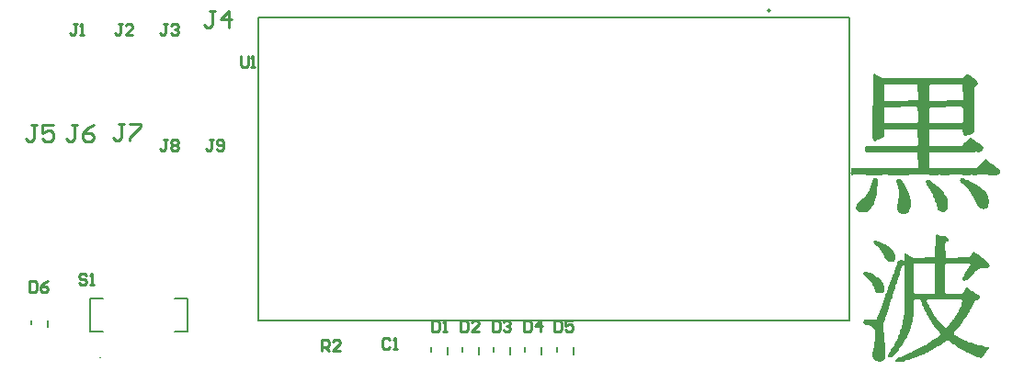
<source format=gto>
G04*
G04 #@! TF.GenerationSoftware,Altium Limited,Altium Designer,22.5.1 (42)*
G04*
G04 Layer_Color=65535*
%FSLAX44Y44*%
%MOMM*%
G71*
G04*
G04 #@! TF.SameCoordinates,CACD2641-2831-44B8-A32A-C0E418E96BB6*
G04*
G04*
G04 #@! TF.FilePolarity,Positive*
G04*
G01*
G75*
%ADD10C,0.0716*%
%ADD11C,0.2000*%
%ADD12C,0.1270*%
%ADD13C,0.1500*%
%ADD14C,0.2540*%
G36*
X1298146Y858409D02*
X1299759Y857764D01*
X1303306Y856151D01*
X1304919Y855506D01*
X1317012Y855667D01*
X1349424Y855506D01*
X1350391Y855829D01*
X1373127Y855667D01*
X1373934Y855829D01*
X1374901Y855506D01*
X1377159Y855829D01*
X1378932Y857280D01*
X1380384Y859054D01*
X1381351Y859376D01*
X1382641Y859054D01*
X1383609Y858086D01*
X1385221Y857119D01*
X1385866Y856474D01*
X1387479Y855506D01*
X1389736Y854216D01*
X1390865Y852442D01*
X1391510Y850830D01*
X1390059Y849056D01*
X1388607Y848250D01*
X1388285Y846960D01*
X1388446Y808099D01*
X1388124Y806809D01*
X1386834Y805519D01*
X1385221Y804551D01*
X1382964Y803584D01*
X1381674Y803261D01*
X1380706Y802294D01*
X1379416Y802616D01*
X1377965Y804068D01*
X1377643Y805358D01*
X1377320Y807937D01*
X1376836Y808421D01*
X1346844Y808099D01*
X1346682Y794070D01*
X1347489Y792941D01*
X1376191Y793264D01*
X1376836Y793909D01*
X1377481Y794231D01*
X1377965Y794715D01*
X1378288Y795360D01*
X1379416Y796166D01*
X1380061Y797134D01*
X1380706Y797456D01*
X1383609Y800359D01*
X1383770Y800520D01*
X1384254Y801004D01*
X1385866Y800681D01*
X1387479Y799069D01*
X1388124Y798746D01*
X1389091Y797779D01*
X1391349Y796489D01*
X1391994Y795844D01*
X1392639Y795521D01*
X1393606Y794554D01*
X1394251Y794231D01*
X1396348Y792135D01*
X1396025Y788587D01*
X1393929Y787781D01*
X1392639Y787459D01*
X1389414Y787781D01*
X1388446Y787459D01*
X1354745Y787620D01*
X1348779Y787459D01*
X1347811Y787781D01*
X1346682Y786653D01*
X1347005Y773108D01*
X1347489Y772624D01*
X1389414Y772946D01*
X1397154Y780686D01*
X1398444Y781009D01*
X1400701Y779719D01*
X1401346Y779074D01*
X1401991Y778751D01*
X1403281Y777461D01*
X1405539Y776171D01*
X1407312Y774720D01*
X1407796Y774236D01*
X1408441Y773914D01*
X1409086Y773269D01*
X1409731Y772946D01*
X1411505Y771172D01*
X1411828Y768915D01*
X1409731Y766819D01*
X1408441Y766496D01*
X1393123Y766657D01*
X1387479Y766496D01*
X1386511Y766819D01*
X1383286Y766496D01*
X1382964Y766819D01*
X1381996Y766496D01*
X1372160Y766657D01*
X1357486Y766496D01*
X1356519Y766819D01*
X1353294Y766496D01*
X1340555Y766657D01*
X1314271Y766496D01*
X1313626Y766819D01*
X1312659Y766496D01*
X1305080Y766657D01*
X1302016Y766496D01*
X1301049Y766819D01*
X1299759Y766496D01*
X1276700Y766657D01*
X1275249Y766496D01*
X1274443Y766980D01*
X1274120Y768270D01*
X1274443Y769560D01*
X1274281Y771656D01*
X1274926Y772624D01*
X1335556Y772946D01*
X1336040Y773430D01*
X1335717Y786975D01*
X1334266Y787459D01*
X1294760Y787620D01*
X1288794Y787459D01*
X1287343Y788587D01*
X1287665Y792458D01*
X1288149Y792941D01*
X1335234Y793264D01*
X1335717Y793747D01*
X1336040Y795038D01*
X1335717Y807937D01*
X1335234Y808421D01*
X1305241Y808099D01*
X1304758Y806325D01*
X1305080Y805358D01*
X1304758Y802132D01*
X1303629Y801004D01*
X1301371Y799714D01*
X1299759Y799069D01*
X1298469Y798746D01*
X1297824Y798101D01*
X1296534Y797779D01*
X1294760Y799230D01*
X1294115Y800843D01*
X1294438Y801810D01*
X1294760Y859538D01*
X1295889Y859699D01*
X1298146Y858409D01*
D02*
G37*
G36*
X1379094Y763271D02*
X1380384Y761981D01*
X1381029D01*
X1382641Y761659D01*
X1383609Y760691D01*
X1384899Y760369D01*
X1385544Y760046D01*
X1386189Y759401D01*
X1387801Y758756D01*
X1388769Y758434D01*
X1389414Y757789D01*
X1390059Y757466D01*
X1391671Y756499D01*
X1392316Y755854D01*
X1393929Y754886D01*
X1394574Y754241D01*
X1396025Y753435D01*
X1396186Y752951D01*
X1396831Y752629D01*
X1398927Y750533D01*
X1400217Y748275D01*
X1400862Y747630D01*
X1401185Y745050D01*
X1401830Y743760D01*
X1401508Y742793D01*
X1401669Y740696D01*
X1401024Y738116D01*
X1400379Y736504D01*
X1396831Y734891D01*
X1394574Y735214D01*
X1392155Y736342D01*
X1391026Y738761D01*
X1390542Y738923D01*
X1389897Y741503D01*
X1388930Y742470D01*
X1388446Y744566D01*
X1387640Y745372D01*
X1386995Y746985D01*
X1386673Y747630D01*
X1385705Y748597D01*
X1384415Y750855D01*
X1383286Y752629D01*
X1382641Y752951D01*
X1381835Y754080D01*
X1380867Y755048D01*
X1380545Y755693D01*
X1378610Y757305D01*
X1377481Y758111D01*
X1377159Y758756D01*
X1376514Y759079D01*
X1375708Y760208D01*
X1375063Y760853D01*
X1374740Y762142D01*
X1375063Y763110D01*
X1375546Y763594D01*
X1379094Y763271D01*
D02*
G37*
G36*
X1347489Y761659D02*
X1347973Y761175D01*
X1348134Y760691D01*
X1349746Y759724D01*
X1351036Y758434D01*
X1351520Y758272D01*
X1351842Y757627D01*
X1352971Y756821D01*
X1353939Y755854D01*
X1355551Y754886D01*
X1358938Y751500D01*
X1359905Y749887D01*
X1360550Y749242D01*
X1360872Y748597D01*
X1362162Y747308D01*
X1362646Y745534D01*
X1363775Y744405D01*
X1363936Y739729D01*
X1363614Y736181D01*
X1363130Y735052D01*
X1361034Y732956D01*
X1359744Y732634D01*
X1356196Y732956D01*
X1355551Y733924D01*
X1355390Y734085D01*
X1354422Y735052D01*
X1354100Y736988D01*
X1353455Y737633D01*
X1353132Y739890D01*
X1352810Y741503D01*
X1351842Y742470D01*
X1351520Y743760D01*
X1351198Y745695D01*
X1349908Y746985D01*
X1349585Y748920D01*
X1348295Y750210D01*
X1347973Y751500D01*
X1347328Y752145D01*
X1345715Y755048D01*
X1344586Y757144D01*
X1344102Y757305D01*
X1343780Y758595D01*
X1343457Y760853D01*
X1344264Y761981D01*
X1347489Y761659D01*
D02*
G37*
G36*
X1298952Y762465D02*
X1298630Y748597D01*
X1297340Y745695D01*
X1297018Y743115D01*
X1295728Y741180D01*
X1295405Y739245D01*
X1294438Y738278D01*
X1293470Y736665D01*
X1292825Y736020D01*
X1292502Y735375D01*
X1291696Y734569D01*
X1290567Y734085D01*
X1290406Y733924D01*
X1289116Y732634D01*
X1282021Y732311D01*
X1280409Y733279D01*
X1279280Y735052D01*
X1278958Y736020D01*
X1279280Y738278D01*
X1279925Y738923D01*
X1281215Y741180D01*
X1283634Y743599D01*
X1284279Y743921D01*
X1285569Y745211D01*
X1286214Y745534D01*
X1287826Y747469D01*
X1289116Y749404D01*
X1289600Y749887D01*
X1290567Y751500D01*
X1291212Y752145D01*
X1291535Y754080D01*
X1292502Y755048D01*
X1292825Y757305D01*
X1294115Y760208D01*
X1294599Y762304D01*
X1295244Y763271D01*
X1297501Y763594D01*
X1298952Y762465D01*
D02*
G37*
G36*
X1319431Y762304D02*
X1321689Y761014D01*
X1322334Y759401D01*
X1323463Y758272D01*
X1323785Y757627D01*
X1324591Y756821D01*
X1324753Y756660D01*
X1325559Y754564D01*
X1326365Y753757D01*
X1327010Y751178D01*
X1327977Y750210D01*
X1328622Y745695D01*
X1328945Y744727D01*
X1329590Y743115D01*
X1329267Y736988D01*
X1328622Y735375D01*
X1328300Y734085D01*
X1327977Y733118D01*
X1325881Y731021D01*
X1323785Y730537D01*
X1321366Y730376D01*
X1319754Y731021D01*
X1319109Y731344D01*
X1317657Y732795D01*
X1317335Y735052D01*
X1317657Y743760D01*
X1318625Y746018D01*
X1318947Y748275D01*
X1318625Y752790D01*
X1317657Y755048D01*
X1317335Y758272D01*
X1316045Y760208D01*
X1316367Y761820D01*
X1316851Y762304D01*
X1318141Y762626D01*
X1319431Y762304D01*
D02*
G37*
G36*
X1355160Y711013D02*
X1356422Y710592D01*
X1357544Y710312D01*
X1361471Y710031D01*
X1362313Y709190D01*
X1363715Y708348D01*
X1363996Y707226D01*
X1364136Y705964D01*
X1363435Y704983D01*
X1362032Y704702D01*
X1361611Y704281D01*
X1361331Y703159D01*
X1361611Y690537D01*
X1362032Y690117D01*
X1383910Y690397D01*
X1384752Y692080D01*
X1385453Y692781D01*
X1385734Y693903D01*
X1386575Y694744D01*
X1387276Y696007D01*
X1388398Y695726D01*
X1390081Y694043D01*
X1390642Y693763D01*
X1391484Y692921D01*
X1392886Y692080D01*
X1393447Y691519D01*
X1394289Y691238D01*
X1395410Y690117D01*
X1395972Y689836D01*
X1397094Y688714D01*
X1397935Y688434D01*
X1398777Y687592D01*
X1400039Y686891D01*
X1400319Y686330D01*
X1401441Y685208D01*
X1401722Y683805D01*
X1402142Y682824D01*
X1400740Y681141D01*
X1399618Y680860D01*
X1393447Y680580D01*
X1392606Y679738D01*
X1390782Y679037D01*
X1389801Y678055D01*
X1389240Y677775D01*
X1387697Y676513D01*
X1381105Y669921D01*
X1379563Y669500D01*
X1379142Y669080D01*
X1378301Y668799D01*
X1377599Y669500D01*
X1377319Y670622D01*
X1377599Y672866D01*
X1378441Y673708D01*
X1379142Y675531D01*
X1379843Y676232D01*
X1380404Y677635D01*
X1381246Y678476D01*
Y678757D01*
X1381526Y679598D01*
X1381807Y680159D01*
X1382648Y681001D01*
X1383069Y682543D01*
X1384331Y683805D01*
X1383910Y684787D01*
X1361471Y684507D01*
X1361050Y683244D01*
X1361331Y682403D01*
X1361191Y658701D01*
X1361471Y657299D01*
X1362032Y656738D01*
X1363154Y656458D01*
X1376618Y656738D01*
X1377319Y657439D01*
X1377599Y658561D01*
X1378721Y659683D01*
X1380404Y662769D01*
X1381386Y662909D01*
X1381807Y662488D01*
X1382087Y661927D01*
X1383209Y661647D01*
X1383770Y661366D01*
X1384051Y660805D01*
X1385593Y659823D01*
X1386154Y659262D01*
X1387276Y658982D01*
X1387837Y658701D01*
X1388679Y657860D01*
X1390081Y657019D01*
X1392045Y655616D01*
X1392746Y654634D01*
X1393307Y653512D01*
X1392606Y652531D01*
X1392045Y652250D01*
X1390362Y651128D01*
X1388679Y650848D01*
X1388258Y650427D01*
X1387977Y649305D01*
X1387417Y648744D01*
X1387136Y648183D01*
X1386856Y647342D01*
X1386295Y645939D01*
X1385734Y645378D01*
X1385453Y644256D01*
X1384612Y642854D01*
X1384051Y642293D01*
X1383770Y640890D01*
X1382929Y640049D01*
X1382368Y638646D01*
X1381526Y637805D01*
X1381246Y636683D01*
X1380124Y635561D01*
X1379843Y634439D01*
X1379002Y633597D01*
X1378160Y632195D01*
X1377319Y631354D01*
X1377038Y630512D01*
X1375075Y627988D01*
X1373813Y626445D01*
X1372270Y624902D01*
X1371429Y623500D01*
X1369185Y621256D01*
X1369465Y619854D01*
X1370447Y619152D01*
X1372270Y618171D01*
X1372551Y617610D01*
X1373672Y617329D01*
X1374654Y616628D01*
X1375215Y616067D01*
X1376618Y615786D01*
X1377319Y615366D01*
X1377459Y614945D01*
X1378581Y614664D01*
X1379984Y613823D01*
X1381386Y613262D01*
X1382508Y612981D01*
X1383349Y612140D01*
X1385453Y611719D01*
X1387276Y610737D01*
X1389520Y610457D01*
X1390081Y609896D01*
X1391484Y609335D01*
X1394569Y609055D01*
X1396532Y608213D01*
X1398496Y607933D01*
X1401862Y607652D01*
X1402283Y607231D01*
X1401020Y605689D01*
X1400039Y604707D01*
X1399898Y604286D01*
X1399337Y604006D01*
X1398917Y603585D01*
X1398636Y603024D01*
X1397514Y601902D01*
X1397234Y601341D01*
X1396392Y600500D01*
X1395972Y598957D01*
X1394990Y597975D01*
X1394709Y597414D01*
X1393728Y597274D01*
X1392606Y598396D01*
X1389941Y598817D01*
X1389520Y599237D01*
X1388959Y599518D01*
X1388118Y599798D01*
X1386996Y600079D01*
X1383910Y601481D01*
X1383349Y601762D01*
X1382789Y602323D01*
X1381667Y602603D01*
X1380264Y603445D01*
X1378862Y604006D01*
X1377459Y604847D01*
X1375496Y605969D01*
X1374935Y606530D01*
X1373813Y606811D01*
X1372691Y607933D01*
X1371569Y608213D01*
X1370727Y609055D01*
X1369325Y609896D01*
X1368764Y610457D01*
X1366801Y611579D01*
X1365258Y612841D01*
X1364837Y613262D01*
X1364276Y613543D01*
X1363715Y614103D01*
X1363014Y614244D01*
X1360630Y612701D01*
X1360069Y612140D01*
X1358666Y611298D01*
X1358105Y610737D01*
X1357544Y610457D01*
X1356703Y609616D01*
X1352776Y607372D01*
X1352215Y606811D01*
X1351093Y606530D01*
X1349971Y605408D01*
X1348428Y604987D01*
X1347447Y604006D01*
X1345764Y603725D01*
X1345343Y603304D01*
X1345203Y602884D01*
X1342959Y602323D01*
X1342678Y601762D01*
X1341276Y601201D01*
X1340154Y600920D01*
X1339593Y600359D01*
X1337630Y599798D01*
X1336508Y599518D01*
X1335947Y598957D01*
X1334825Y598676D01*
X1333142Y598396D01*
X1332581Y597835D01*
X1331178Y597274D01*
X1329215Y596993D01*
X1327812Y596152D01*
X1326690Y595872D01*
X1324446Y595591D01*
X1323885Y595030D01*
X1322483Y594469D01*
X1319397Y594189D01*
X1318556Y593908D01*
X1316032Y594189D01*
X1315611Y594609D01*
X1315891Y596853D01*
X1318135Y598256D01*
X1320379Y598817D01*
X1321080Y599518D01*
X1323324Y600079D01*
X1324166Y600920D01*
X1325288Y601201D01*
X1326690Y601481D01*
X1328373Y602603D01*
X1329776Y602884D01*
X1330617Y603725D01*
X1331739Y604006D01*
X1332581Y604286D01*
X1333142Y604847D01*
X1335385Y605689D01*
X1335947Y606250D01*
X1337068Y606530D01*
X1338471Y607372D01*
X1340995Y608774D01*
X1341556Y609335D01*
X1342959Y609616D01*
X1343800Y610457D01*
X1345203Y611018D01*
X1346044Y611860D01*
X1347166Y612140D01*
X1348288Y613262D01*
X1350251Y614384D01*
X1351654Y615225D01*
X1352496Y616067D01*
X1353056Y616347D01*
X1354178Y617469D01*
X1354739Y617750D01*
X1355300Y618311D01*
X1356843Y619012D01*
X1357124Y619854D01*
X1355721Y621817D01*
X1355441Y622378D01*
X1354319Y623500D01*
X1354178Y623921D01*
X1353617Y624201D01*
X1352776Y625603D01*
X1352215Y625884D01*
X1351093Y627567D01*
X1350672Y627988D01*
X1350392Y628829D01*
X1349270Y629951D01*
X1348428Y631354D01*
X1347306Y633317D01*
X1346745Y633878D01*
X1345623Y635841D01*
X1344221Y638366D01*
X1343940Y639207D01*
X1343099Y640610D01*
X1342538Y642012D01*
X1341697Y643415D01*
X1341136Y644817D01*
X1340855Y646220D01*
X1340014Y647061D01*
X1339733Y648183D01*
X1339453Y649585D01*
X1338892Y650146D01*
X1338611Y650707D01*
X1338190Y651409D01*
X1335947Y651970D01*
X1333142Y651689D01*
X1332440Y650988D01*
X1332160Y649866D01*
X1332440Y647342D01*
X1332160Y646500D01*
X1332300Y644397D01*
X1332160Y642573D01*
X1332440Y641732D01*
X1332160Y640610D01*
X1331879Y637805D01*
X1331599Y633317D01*
X1331318Y631634D01*
X1330477Y629671D01*
X1330056Y626726D01*
X1329635Y625744D01*
X1329075Y624341D01*
X1328794Y622658D01*
X1327672Y620975D01*
X1327392Y619292D01*
X1326550Y618451D01*
X1326270Y617329D01*
X1325428Y615927D01*
X1324026Y613402D01*
X1322904Y611439D01*
X1322343Y610878D01*
X1322062Y610036D01*
X1320940Y608914D01*
X1320660Y608353D01*
X1319818Y607512D01*
X1318696Y605549D01*
X1317013Y603866D01*
X1316733Y603304D01*
X1312105Y598676D01*
X1309440Y598536D01*
X1308879Y598817D01*
X1308599Y599939D01*
X1309160Y602183D01*
X1310282Y603304D01*
X1311123Y604707D01*
X1312245Y606670D01*
X1312806Y607231D01*
X1313367Y608634D01*
X1314209Y609475D01*
X1314489Y610878D01*
X1315330Y611719D01*
X1315611Y612841D01*
X1315891Y613402D01*
X1316733Y614805D01*
X1317434Y616628D01*
X1318135Y617329D01*
X1318416Y619573D01*
X1319538Y620695D01*
X1319818Y623219D01*
X1320660Y624622D01*
X1320940Y625744D01*
X1321221Y628268D01*
X1321782Y628829D01*
X1322062Y629951D01*
X1322623Y635561D01*
X1322904Y636403D01*
X1323324Y638226D01*
X1323605Y681982D01*
X1323745Y683525D01*
X1323044Y684507D01*
X1322483Y684226D01*
X1321642Y682543D01*
X1321221Y682122D01*
X1320940Y681001D01*
X1320660Y678757D01*
X1319818Y677354D01*
X1319538Y676232D01*
X1319257Y674549D01*
X1318416Y673147D01*
X1318135Y672025D01*
X1317855Y670061D01*
X1317294Y669500D01*
X1317013Y668378D01*
X1316593Y666275D01*
X1316172Y665854D01*
X1315611Y664452D01*
X1315330Y661927D01*
X1314489Y661086D01*
X1314209Y659964D01*
X1313928Y657720D01*
X1313087Y656878D01*
X1312806Y654915D01*
X1312525Y653232D01*
X1311684Y652390D01*
X1311263Y649726D01*
X1310282Y647903D01*
X1309721Y644537D01*
X1309160Y643976D01*
X1308318Y640610D01*
X1307477Y638646D01*
X1307196Y636683D01*
X1306355Y635280D01*
X1306074Y634159D01*
X1305654Y632616D01*
X1305233Y632195D01*
X1304672Y628268D01*
X1304952Y614805D01*
X1305233Y613963D01*
X1305513Y612280D01*
X1306074Y611719D01*
X1306355Y599658D01*
X1305934Y597274D01*
X1304672Y596012D01*
X1304391Y595451D01*
X1303690Y594750D01*
X1301727Y594469D01*
X1297239Y594750D01*
X1296117Y595872D01*
X1295696Y596012D01*
X1295135Y597414D01*
X1294855Y597975D01*
X1294013Y599939D01*
X1294294Y601061D01*
X1294574Y605549D01*
X1295416Y607512D01*
X1295696Y612000D01*
X1296257Y613402D01*
X1296537Y617049D01*
X1296257Y622939D01*
X1295416Y624902D01*
X1295135Y625463D01*
X1293592Y627006D01*
X1291068Y628128D01*
X1288263Y628409D01*
X1287702Y628969D01*
X1286159Y629671D01*
X1285879Y630793D01*
X1286300Y632335D01*
X1286861Y632896D01*
X1289245Y632756D01*
X1297379Y633037D01*
X1298221Y633878D01*
X1299342Y636403D01*
X1299763Y638226D01*
X1300745Y640049D01*
X1301025Y642012D01*
X1301586Y642573D01*
X1302147Y643976D01*
X1302428Y645659D01*
X1302989Y646220D01*
X1303550Y647622D01*
X1303830Y649585D01*
X1304391Y650146D01*
X1304952Y652110D01*
X1305233Y653232D01*
X1306074Y654073D01*
X1306355Y656598D01*
X1307196Y657439D01*
X1307477Y658561D01*
X1307757Y660244D01*
X1308599Y661086D01*
X1308879Y663049D01*
X1310282Y666134D01*
X1310562Y667817D01*
X1311123Y668378D01*
X1311684Y670622D01*
X1312806Y673147D01*
X1313087Y674830D01*
X1314209Y676513D01*
X1314489Y678757D01*
X1315050Y679317D01*
X1315611Y680720D01*
X1315891Y682403D01*
X1317013Y684086D01*
X1317294Y686330D01*
X1318276Y687311D01*
X1318837Y687592D01*
X1319678Y688434D01*
X1320379Y688574D01*
X1321361Y688153D01*
X1322763Y687592D01*
X1323324Y687872D01*
X1323605Y693763D01*
X1324166Y694324D01*
X1325568Y693763D01*
X1326129Y693202D01*
X1328373Y692360D01*
X1328934Y691799D01*
X1331459Y690397D01*
X1332300Y690117D01*
X1351654Y690397D01*
X1352075Y690818D01*
X1352215Y711434D01*
X1353337Y711714D01*
X1355160Y711013D01*
D02*
G37*
G36*
X1298641Y705824D02*
X1299202Y705263D01*
X1300324Y704983D01*
X1301867Y704562D01*
X1302568Y703860D01*
X1303690Y703580D01*
X1305092Y702738D01*
X1306495Y702178D01*
X1307336Y701897D01*
X1307757Y701476D01*
X1307897Y701056D01*
X1309300Y700495D01*
X1310141Y699653D01*
X1311404Y698952D01*
X1311684Y698391D01*
X1312105Y697970D01*
X1312666Y697690D01*
X1313647Y696147D01*
X1314209Y694744D01*
X1315330Y692220D01*
X1315611Y691098D01*
X1315330Y690257D01*
X1315050Y688854D01*
X1314489Y688293D01*
X1314209Y687732D01*
X1313227Y686470D01*
X1312105Y686190D01*
X1309019Y686470D01*
X1307897Y687592D01*
X1307336Y687872D01*
X1306355Y688854D01*
X1305233Y690818D01*
X1304952Y691659D01*
X1304391Y693062D01*
X1303830Y693623D01*
X1303550Y694744D01*
X1303269Y695305D01*
X1302428Y696147D01*
X1301586Y697550D01*
X1300745Y698391D01*
X1300464Y698952D01*
X1298361Y701056D01*
X1297800Y701336D01*
X1296678Y702458D01*
X1296117Y702738D01*
X1295696Y703159D01*
X1295416Y704281D01*
X1295275Y704421D01*
X1294855Y705403D01*
X1295556Y706104D01*
X1298641Y705824D01*
D02*
G37*
G36*
X1289385Y676933D02*
X1290507Y676653D01*
X1292470Y676372D01*
X1292751Y676092D01*
X1292891Y675952D01*
X1293312Y675531D01*
X1294434Y675250D01*
X1295416Y674830D01*
X1295696Y674269D01*
X1297800Y673287D01*
X1298641Y672446D01*
X1299202Y672165D01*
X1302147Y669220D01*
X1302428Y668659D01*
X1303550Y667537D01*
X1304391Y666134D01*
X1304672Y665293D01*
X1305373Y663470D01*
X1305513Y661366D01*
X1305233Y660525D01*
X1304952Y659122D01*
X1303970Y657860D01*
X1302007Y657579D01*
X1298641Y657860D01*
X1296818Y659683D01*
X1295416Y662769D01*
X1295135Y664171D01*
X1294294Y665013D01*
X1293873Y666555D01*
X1292891Y667537D01*
X1292611Y668098D01*
X1291489Y669220D01*
X1291208Y669781D01*
X1290086Y670903D01*
X1289806Y671464D01*
X1289245Y671744D01*
X1288964Y672305D01*
X1287562Y673147D01*
X1287281Y673708D01*
X1286861Y674128D01*
X1286300Y674409D01*
X1285879Y675671D01*
X1286720Y677074D01*
X1288544Y677214D01*
X1289385Y676933D01*
D02*
G37*
%LPC*%
G36*
X1375869Y850024D02*
X1347166Y849701D01*
X1346682Y849218D01*
Y836318D01*
Y835995D01*
X1347005Y835350D01*
X1347489Y834866D01*
X1377159Y835189D01*
X1377643Y836640D01*
X1377320Y849540D01*
X1375869Y850024D01*
D02*
G37*
G36*
X1334266D02*
X1305241Y849701D01*
X1305080Y835350D01*
X1305564Y834866D01*
X1318464D01*
X1335556Y835189D01*
X1336040Y836640D01*
X1335717Y849540D01*
X1334266Y850024D01*
D02*
G37*
G36*
X1333944Y829384D02*
X1305564Y829061D01*
X1305080Y828577D01*
X1304758Y826643D01*
X1305080Y825675D01*
X1304919Y815194D01*
X1305886Y814226D01*
X1310079Y814549D01*
X1335072Y814388D01*
X1336040Y815033D01*
Y822128D01*
Y822450D01*
X1335717Y828577D01*
X1335234Y829061D01*
X1333944Y829384D01*
D02*
G37*
G36*
X1375546D02*
X1347166Y829061D01*
X1346682Y827610D01*
X1347005Y814710D01*
X1348456Y814226D01*
X1350714Y814549D01*
X1371192Y814388D01*
X1373611Y814549D01*
X1373772Y814388D01*
X1376191Y814226D01*
X1377804Y815194D01*
X1377965Y816645D01*
X1377643Y817613D01*
X1377804Y821966D01*
X1377643Y826320D01*
X1377965Y827288D01*
X1376998Y828900D01*
X1375546Y829384D01*
D02*
G37*
G36*
X1351373Y684787D02*
X1332581Y684507D01*
X1332160Y683244D01*
X1332440Y682122D01*
X1332300Y680860D01*
X1332440Y679317D01*
X1332160Y678476D01*
X1332440Y673708D01*
X1332160Y672866D01*
X1332440Y669220D01*
X1332300Y662067D01*
X1332440Y659683D01*
X1332160Y658842D01*
X1333282Y656878D01*
X1334544Y656458D01*
X1335806Y656598D01*
X1337068Y656458D01*
X1337910Y656738D01*
X1338751Y656458D01*
X1342398Y656738D01*
X1348849Y656458D01*
X1349691Y656738D01*
X1350532Y656458D01*
X1351654Y656738D01*
X1351794Y657159D01*
Y657439D01*
X1352075Y658281D01*
X1351794Y684366D01*
X1351373Y684787D01*
D02*
G37*
G36*
X1365117Y651970D02*
X1356422Y651689D01*
X1346465Y651830D01*
X1345343Y651549D01*
X1344221Y650707D01*
X1345063Y648744D01*
X1346184Y646781D01*
X1346745Y645098D01*
X1347306Y644537D01*
X1347867Y643134D01*
X1348148Y642573D01*
X1348709Y642012D01*
X1350111Y639488D01*
X1350532Y638506D01*
X1350672Y638366D01*
X1350953Y637805D01*
X1351794Y636963D01*
X1352075Y636122D01*
X1353477Y634159D01*
X1353617Y633738D01*
X1354178Y633457D01*
X1354880Y632476D01*
X1355721Y631634D01*
X1356002Y631073D01*
X1357124Y629951D01*
X1357404Y629390D01*
X1358947Y627848D01*
X1359368Y627707D01*
X1359508Y627286D01*
X1360069Y627006D01*
X1361050Y626305D01*
X1361331Y625744D01*
X1362313Y625603D01*
X1363855Y627146D01*
X1364136Y627707D01*
X1365258Y628829D01*
X1366099Y630232D01*
X1367502Y632195D01*
X1368063Y632756D01*
X1368343Y633317D01*
X1369185Y634159D01*
X1369886Y635982D01*
X1370447Y636262D01*
X1371429Y637805D01*
X1371990Y638366D01*
X1372410Y639909D01*
X1373392Y640890D01*
X1373672Y642293D01*
X1374514Y643134D01*
X1375075Y645378D01*
X1375916Y646220D01*
X1376197Y647342D01*
X1376477Y649025D01*
X1377319Y649866D01*
X1377038Y651268D01*
X1376618Y651689D01*
X1375356Y651830D01*
X1365959Y651689D01*
X1365117Y651970D01*
D02*
G37*
%LPD*%
D10*
X582350Y597860D02*
G03*
X583070Y597860I360J0D01*
G01*
D02*
G03*
X582350Y597860I-360J0D01*
G01*
D11*
X1199880Y918160D02*
G03*
X1199880Y918160I-1000J0D01*
G01*
X573490Y622540D02*
Y652540D01*
X663490Y622540D02*
Y652540D01*
X651720D02*
X663490D01*
X573490D02*
X585260D01*
X651720Y622540D02*
X663490D01*
X573490D02*
X585260D01*
D12*
X728780Y911660D02*
X1272780D01*
Y632660D02*
Y911660D01*
X728780Y632660D02*
X1272780D01*
X728780D02*
Y911660D01*
D13*
X1003300Y603807D02*
Y607617D01*
X1018540Y601267D02*
Y607617D01*
X974408Y603807D02*
Y607617D01*
X989648Y601267D02*
Y607617D01*
X960755Y601267D02*
Y607617D01*
X945515Y603807D02*
Y607617D01*
X931862Y601267D02*
Y607617D01*
X916622Y603807D02*
Y607617D01*
X902970Y601267D02*
Y607617D01*
X887730Y603807D02*
Y607617D01*
X519415Y628830D02*
Y632640D01*
X534655Y626290D02*
Y632640D01*
D14*
X786972Y604402D02*
Y614399D01*
X791970D01*
X793636Y612732D01*
Y609400D01*
X791970Y607734D01*
X786972D01*
X790304D02*
X793636Y604402D01*
X803633D02*
X796968D01*
X803633Y611066D01*
Y612732D01*
X801967Y614399D01*
X798634D01*
X796968Y612732D01*
X604517Y813303D02*
X599438D01*
X601978D01*
Y800607D01*
X599438Y798068D01*
X596899D01*
X594360Y800607D01*
X609595Y813303D02*
X619752D01*
Y810764D01*
X609595Y800607D01*
Y798068D01*
X561337Y813049D02*
X556258D01*
X558797D01*
Y800353D01*
X556258Y797814D01*
X553719D01*
X551180Y800353D01*
X576572Y813049D02*
X571493Y810510D01*
X566415Y805432D01*
Y800353D01*
X568954Y797814D01*
X574033D01*
X576572Y800353D01*
Y802892D01*
X574033Y805432D01*
X566415D01*
X524507Y813049D02*
X519428D01*
X521968D01*
Y800353D01*
X519428Y797814D01*
X516889D01*
X514350Y800353D01*
X539742Y813049D02*
X529585D01*
Y805432D01*
X534663Y807971D01*
X537203D01*
X539742Y805432D01*
Y800353D01*
X537203Y797814D01*
X532124D01*
X529585Y800353D01*
X688337Y917951D02*
X683258D01*
X685798D01*
Y905255D01*
X683258Y902716D01*
X680719D01*
X678180Y905255D01*
X701033Y902716D02*
Y917951D01*
X693415Y910333D01*
X703572D01*
X712156Y876218D02*
Y867888D01*
X713822Y866222D01*
X717154D01*
X718820Y867888D01*
Y876218D01*
X722152Y866222D02*
X725484D01*
X723818D01*
Y876218D01*
X722152Y874552D01*
X570230Y673892D02*
X568564Y675558D01*
X565232D01*
X563565Y673892D01*
Y672226D01*
X565232Y670560D01*
X568564D01*
X570230Y668894D01*
Y667228D01*
X568564Y665562D01*
X565232D01*
X563565Y667228D01*
X573562Y665562D02*
X576894D01*
X575228D01*
Y675558D01*
X573562Y673892D01*
X686674Y798748D02*
X683342D01*
X685008D01*
Y790418D01*
X683342Y788752D01*
X681675D01*
X680009Y790418D01*
X690006D02*
X691672Y788752D01*
X695005D01*
X696671Y790418D01*
Y797082D01*
X695005Y798748D01*
X691672D01*
X690006Y797082D01*
Y795416D01*
X691672Y793750D01*
X696671D01*
X644764Y798748D02*
X641432D01*
X643098D01*
Y790418D01*
X641432Y788752D01*
X639766D01*
X638099Y790418D01*
X648096Y797082D02*
X649762Y798748D01*
X653094D01*
X654761Y797082D01*
Y795416D01*
X653094Y793750D01*
X654761Y792084D01*
Y790418D01*
X653094Y788752D01*
X649762D01*
X648096Y790418D01*
Y792084D01*
X649762Y793750D01*
X648096Y795416D01*
Y797082D01*
X649762Y793750D02*
X653094D01*
X644764Y905428D02*
X641432D01*
X643098D01*
Y897098D01*
X641432Y895432D01*
X639766D01*
X638099Y897098D01*
X648096Y903762D02*
X649762Y905428D01*
X653094D01*
X654761Y903762D01*
Y902096D01*
X653094Y900430D01*
X651428D01*
X653094D01*
X654761Y898764D01*
Y897098D01*
X653094Y895432D01*
X649762D01*
X648096Y897098D01*
X602854Y905428D02*
X599522D01*
X601188D01*
Y897098D01*
X599522Y895432D01*
X597855D01*
X596189Y897098D01*
X612851Y895432D02*
X606186D01*
X612851Y902096D01*
Y903762D01*
X611185Y905428D01*
X607852D01*
X606186Y903762D01*
X561340Y905428D02*
X558008D01*
X559674D01*
Y897098D01*
X558008Y895432D01*
X556342D01*
X554675Y897098D01*
X564672Y895432D02*
X568004D01*
X566338D01*
Y905428D01*
X564672Y903762D01*
X517906Y668619D02*
Y658622D01*
X522904D01*
X524571Y660288D01*
Y666953D01*
X522904Y668619D01*
X517906D01*
X534567D02*
X531235Y666953D01*
X527903Y663620D01*
Y660288D01*
X529569Y658622D01*
X532901D01*
X534567Y660288D01*
Y661954D01*
X532901Y663620D01*
X527903D01*
X1001319Y632378D02*
Y622382D01*
X1006318D01*
X1007984Y624048D01*
Y630712D01*
X1006318Y632378D01*
X1001319D01*
X1017981D02*
X1011316D01*
Y627380D01*
X1014648Y629046D01*
X1016314D01*
X1017981Y627380D01*
Y624048D01*
X1016314Y622382D01*
X1012982D01*
X1011316Y624048D01*
X973379Y632378D02*
Y622382D01*
X978378D01*
X980044Y624048D01*
Y630712D01*
X978378Y632378D01*
X973379D01*
X988374Y622382D02*
Y632378D01*
X983376Y627380D01*
X990041D01*
X944169Y632378D02*
Y622382D01*
X949168D01*
X950834Y624048D01*
Y630712D01*
X949168Y632378D01*
X944169D01*
X954166Y630712D02*
X955832Y632378D01*
X959165D01*
X960831Y630712D01*
Y629046D01*
X959165Y627380D01*
X957498D01*
X959165D01*
X960831Y625714D01*
Y624048D01*
X959165Y622382D01*
X955832D01*
X954166Y624048D01*
X914959Y632378D02*
Y622382D01*
X919958D01*
X921624Y624048D01*
Y630712D01*
X919958Y632378D01*
X914959D01*
X931621Y622382D02*
X924956D01*
X931621Y629046D01*
Y630712D01*
X929955Y632378D01*
X926622D01*
X924956Y630712D01*
X888686Y632378D02*
Y622382D01*
X893684D01*
X895350Y624048D01*
Y630712D01*
X893684Y632378D01*
X888686D01*
X898682Y622382D02*
X902014D01*
X900348D01*
Y632378D01*
X898682Y630712D01*
X849630Y614202D02*
X847964Y615868D01*
X844632D01*
X842965Y614202D01*
Y607538D01*
X844632Y605872D01*
X847964D01*
X849630Y607538D01*
X852962Y605872D02*
X856294D01*
X854628D01*
Y615868D01*
X852962Y614202D01*
M02*

</source>
